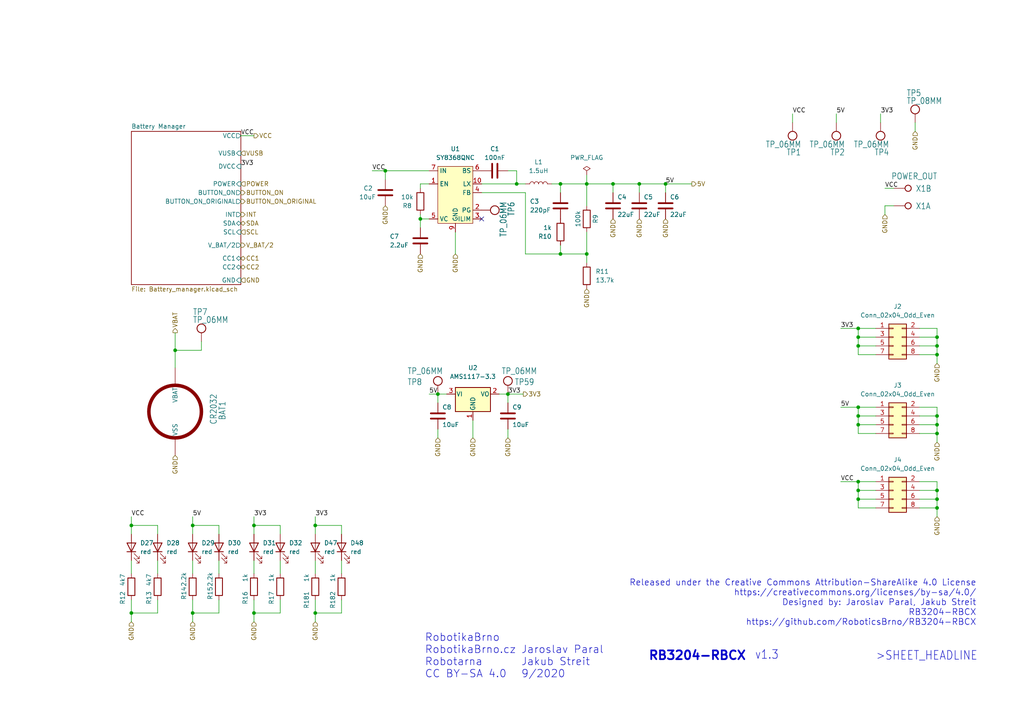
<source format=kicad_sch>
(kicad_sch (version 20211123) (generator eeschema)
  (paper "A4")
  (lib_symbols
    (symbol "Connector_Generic:Conn_02x04_Odd_Even" (pin_names (offset 1.016) hide)
      (property "Reference" "J" (at 1.27 5.08 0))
      (property "Value" "Conn_02x04_Odd_Even" (at 1.27 -7.62 0))
      (symbol "Conn_02x04_Odd_Even_1_1"
        (rectangle (start -1.27 -4.953) (end 0 -5.207) (stroke (width 0.1524)))
        (rectangle (start -1.27 -2.413) (end 0 -2.667) (stroke (width 0.1524)))
        (rectangle (start -1.27 0.127) (end 0 -0.127) (stroke (width 0.1524)))
        (rectangle (start -1.27 2.667) (end 0 2.413) (stroke (width 0.1524)))
        (rectangle (start -1.27 3.81) (end 3.81 -6.35) (stroke (width 0.254)) (fill (type background)))
        (rectangle (start 3.81 -4.953) (end 2.54 -5.207) (stroke (width 0.1524)))
        (rectangle (start 3.81 -2.413) (end 2.54 -2.667) (stroke (width 0.1524)))
        (rectangle (start 3.81 0.127) (end 2.54 -0.127) (stroke (width 0.1524)))
        (rectangle (start 3.81 2.667) (end 2.54 2.413) (stroke (width 0.1524)))
        (pin passive line (at -5.08 2.54 0) (length 3.81) (name "Pin_1") (number "1"))
        (pin passive line (at 7.62 2.54 180) (length 3.81) (name "Pin_2") (number "2"))
        (pin passive line (at -5.08 0 0) (length 3.81) (name "Pin_3") (number "3"))
        (pin passive line (at 7.62 0 180) (length 3.81) (name "Pin_4") (number "4"))
        (pin passive line (at -5.08 -2.54 0) (length 3.81) (name "Pin_5") (number "5"))
        (pin passive line (at 7.62 -2.54 180) (length 3.81) (name "Pin_6") (number "6"))
        (pin passive line (at -5.08 -5.08 0) (length 3.81) (name "Pin_7") (number "7"))
        (pin passive line (at 7.62 -5.08 180) (length 3.81) (name "Pin_8") (number "8"))
      )
    )
    (symbol "Device:C" (pin_numbers hide) (pin_names (offset 0.254))
      (property "Reference" "C" (at 0.635 2.54 0))
      (property "Value" "C" (at 0.635 -2.54 0))
      (symbol "C_0_1"
        (polyline (pts (xy -2.032 -0.762) (xy 2.032 -0.762)) (stroke (width 0.508)))
        (polyline (pts (xy -2.032 0.762) (xy 2.032 0.762)) (stroke (width 0.508)))
      )
      (symbol "C_1_1"
        (pin passive line (at 0 3.81 270) (length 2.794) (name "~") (number "1"))
        (pin passive line (at 0 -3.81 90) (length 2.794) (name "~") (number "2"))
      )
    )
    (symbol "Device:L" (pin_numbers hide) (pin_names (offset 1.016) hide)
      (property "Reference" "L" (at -1.27 0 90))
      (property "Value" "L" (at 1.905 0 90))
      (symbol "L_0_1"
        (arc (start 0 -2.54) (mid 0.635 -1.905) (end 0 -1.27))
        (arc (start 0 -1.27) (mid 0.635 -0.635) (end 0 0))
        (arc (start 0 0) (mid 0.635 0.635) (end 0 1.27))
        (arc (start 0 1.27) (mid 0.635 1.905) (end 0 2.54))
      )
      (symbol "L_1_1"
        (pin passive line (at 0 3.81 270) (length 1.27) (name "1") (number "1"))
        (pin passive line (at 0 -3.81 90) (length 1.27) (name "2") (number "2"))
      )
    )
    (symbol "Device:LED" (pin_numbers hide) (pin_names (offset 1.016) hide)
      (property "Reference" "D" (at 0 2.54 0))
      (property "Value" "LED" (at 0 -2.54 0))
      (symbol "LED_0_1"
        (polyline (pts (xy -1.27 -1.27) (xy -1.27 1.27)) (stroke (width 0.254)))
        (polyline (pts (xy -1.27 0) (xy 1.27 0)))
        (polyline (pts (xy 1.27 -1.27) (xy 1.27 1.27) (xy -1.27 0) (xy 1.27 -1.27)) (stroke (width 0.254)))
        (polyline (pts (xy -3.048 -0.762) (xy -4.572 -2.286) (xy -3.81 -2.286) (xy -4.572 -2.286) (xy -4.572 -1.524)))
        (polyline (pts (xy -1.778 -0.762) (xy -3.302 -2.286) (xy -2.54 -2.286) (xy -3.302 -2.286) (xy -3.302 -1.524)))
      )
      (symbol "LED_1_1"
        (pin passive line (at -3.81 0 0) (length 2.54) (name "K") (number "1"))
        (pin passive line (at 3.81 0 180) (length 2.54) (name "A") (number "2"))
      )
    )
    (symbol "Device:R" (pin_numbers hide) (pin_names (offset 0))
      (property "Reference" "R" (at 2.032 0 90))
      (property "Value" "R" (at 0 0 90))
      (symbol "R_0_1"
        (rectangle (start -1.016 -2.54) (end 1.016 2.54) (stroke (width 0.254)))
      )
      (symbol "R_1_1"
        (pin passive line (at 0 3.81 270) (length 1.27) (name "~") (number "1"))
        (pin passive line (at 0 -3.81 90) (length 1.27) (name "~") (number "2"))
      )
    )
    (symbol "RBCX-eagle-import:CR2032CR2032-BS-6-1"
      (property "Reference" "BAT?" (at 2.54 12.7 0))
      (property "Value" "CR2032" (at 3.81 10.16 0))
      (symbol "CR2032CR2032-BS-6-1_1_0"
        (circle (center 0 0) (radius 7.62) (stroke (width 1.016)))
        (pin power_out line (at -12.7 0 0) (length 5.08) (name "VBAT") (number "1"))
        (pin power_out line (at 12.7 0 180) (length 5.08) (name "VSS") (number "2"))
      )
    )
    (symbol "RBCX-eagle-import:TP_06MM"
      (property "Reference" "TP" (at -2.54 7.62 0))
      (property "Value" "TP_06MM" (at -2.54 5.334 0))
      (symbol "TP_06MM_1_0"
        (circle (center 0 3.81) (radius 1.27) (stroke (width 0.254)))
        (pin passive line (at 0 0 90) (length 2.54) (name "TP") (number "P$1"))
      )
    )
    (symbol "RBCX-eagle-import:TP_08MM"
      (property "Reference" "TP" (at -2.54 7.62 0))
      (property "Value" "TP_08MM" (at -2.54 5.334 0))
      (symbol "TP_08MM_1_0"
        (circle (center 0 3.81) (radius 1.27) (stroke (width 0.254)))
        (pin passive line (at 0 0 90) (length 2.54) (name "TP") (number "P$1"))
      )
    )
    (symbol "RBCX-eagle-import:W237-02P"
      (property "Reference" "X" (at -1.27 0.889 0))
      (property "Value" "W237-02P" (at 0 2.54 0))
      (symbol "W237-02P_1_0"
        (polyline (pts (xy 1.778 0) (xy 2.54 0)) (stroke (width 0.1524)))
        (circle (center 0.889 0) (radius 0.898) (stroke (width 0.254)))
        (pin passive line (at 5.08 0 180) (length 2.54) (name "KL") (number "1"))
      )
      (symbol "W237-02P_2_0"
        (polyline (pts (xy 1.778 0) (xy 2.54 0)) (stroke (width 0.1524)))
        (circle (center 0.889 0) (radius 0.898) (stroke (width 0.254)))
        (pin passive line (at 5.08 0 180) (length 2.54) (name "KL") (number "2"))
      )
    )
    (symbol "RBCX:SY8368QNC"
      (property "Reference" "U1" (at 0 6.35 0))
      (property "Value" "SY8368QNC" (at 0 3.81 0))
      (symbol "SY8368QNC_0_1"
        (rectangle (start -5.08 1.27) (end 5.08 -15.24) (fill (type background)))
      )
      (symbol "SY8368QNC_1_0"
        (pin input line (at -7.62 -3.81 0) (length 2.54) (name "EN") (number "1"))
        (pin power_out line (at 7.62 -3.81 180) (length 2.54) (name "LX") (number "10"))
        (pin output line (at 7.62 -11.43 180) (length 2.54) (name "PG") (number "2"))
        (pin output line (at 7.62 -13.97 180) (length 2.54) (name "ILIM") (number "3"))
        (pin output line (at -7.62 -13.97 0) (length 2.54) (name "VC") (number "5"))
        (pin passive line (at 7.62 0 180) (length 2.54) (name "BS") (number "6"))
        (pin power_in line (at -7.62 0 0) (length 2.54) (name "IN") (number "7"))
        (pin power_in line (at -7.62 0 0) (length 2.54) hide (name "IN") (number "8"))
        (pin power_in line (at 0 -17.78 90) (length 2.54) (name "GND") (number "9"))
      )
      (symbol "SY8368QNC_1_1"
        (pin input line (at 7.62 -6.35 180) (length 2.54) (name "FB") (number "4"))
      )
    )
    (symbol "Regulator_Linear:AMS1117-3.3" (pin_names (offset 0.254))
      (property "Reference" "U" (at -3.81 3.175 0))
      (property "Value" "AMS1117-3.3" (at 0 3.175 0))
      (symbol "AMS1117-3.3_0_1"
        (rectangle (start -5.08 -5.08) (end 5.08 1.905) (stroke (width 0.254)) (fill (type background)))
      )
      (symbol "AMS1117-3.3_1_1"
        (pin power_in line (at 0 -7.62 90) (length 2.54) (name "GND") (number "1"))
        (pin power_out line (at 7.62 0 180) (length 2.54) (name "VO") (number "2"))
        (pin power_in line (at -7.62 0 0) (length 2.54) (name "VI") (number "3"))
      )
    )
    (symbol "power:PWR_FLAG" (power) (pin_numbers hide) (pin_names (offset 0) hide)
      (property "Value" "PWR_FLAG" (at 0 3.81 0))
      (symbol "PWR_FLAG_0_0"
        (pin power_out line (at 0 0 90) (length 0) (name "pwr") (number "1"))
      )
      (symbol "PWR_FLAG_0_1"
        (polyline (pts (xy 0 0) (xy 0 1.27) (xy -1.016 1.905) (xy 0 2.54) (xy 1.016 1.905) (xy 0 1.27)))
      )
    )
  )
  (junction (at 170.18 53.34))
  (junction (at 271.78 147.32))
  (junction (at 271.78 97.79))
  (junction (at 91.44 177.8))
  (junction (at 177.8 53.34))
  (junction (at 193.04 53.34))
  (junction (at 271.78 142.24))
  (junction (at 73.66 152.4))
  (junction (at 248.92 144.78))
  (junction (at 127 114.3))
  (junction (at 271.78 102.87))
  (junction (at 121.92 63.5))
  (junction (at 248.92 123.19))
  (junction (at 248.92 95.25))
  (junction (at 149.86 53.34))
  (junction (at 73.66 177.8))
  (junction (at 162.56 53.34))
  (junction (at 248.92 97.79))
  (junction (at 248.92 142.24))
  (junction (at 271.78 125.73))
  (junction (at 55.88 177.8))
  (junction (at 55.88 152.4))
  (junction (at 271.78 144.78))
  (junction (at 248.92 120.65))
  (junction (at 91.44 152.4))
  (junction (at 50.8 101.6))
  (junction (at 271.78 120.65))
  (junction (at 248.92 118.11))
  (junction (at 248.92 139.7))
  (junction (at 111.76 49.53))
  (junction (at 271.78 123.19))
  (junction (at 38.1 152.4))
  (junction (at 38.1 177.8))
  (junction (at 185.42 53.34))
  (junction (at 162.56 73.66))
  (junction (at 248.92 100.33))
  (junction (at 271.78 100.33))
  (junction (at 147.32 114.3))
  (junction (at 170.18 73.66))
  (no_connect (at 139.7 63.5))
  (wire (pts (xy 170.18 59.69) (xy 170.18 53.34)))
  (wire (pts (xy 248.92 100.33) (xy 248.92 97.79)))
  (wire (pts (xy 254 123.19) (xy 248.92 123.19)))
  (wire (pts (xy 38.1 180.34) (xy 38.1 177.8)))
  (wire (pts (xy 38.1 152.4) (xy 38.1 149.86)))
  (wire (pts (xy 55.88 180.34) (xy 55.88 177.8)))
  (wire (pts (xy 193.04 53.34) (xy 193.04 55.88)))
  (wire (pts (xy 50.8 101.6) (xy 50.8 96.52)))
  (wire (pts (xy 55.88 154.94) (xy 55.88 152.4)))
  (wire (pts (xy 38.1 162.56) (xy 38.1 166.37)))
  (wire (pts (xy 121.92 63.5) (xy 121.92 66.04)))
  (wire (pts (xy 243.84 95.25) (xy 248.92 95.25)))
  (wire (pts (xy 248.92 120.65) (xy 248.92 118.11)))
  (wire (pts (xy 271.78 144.78) (xy 271.78 147.32)))
  (wire (pts (xy 266.7 120.65) (xy 271.78 120.65)))
  (wire (pts (xy 127 116.84) (xy 127 114.3)))
  (wire (pts (xy 63.5 154.94) (xy 63.5 152.4)))
  (wire (pts (xy 193.04 53.34) (xy 200.66 53.34)))
  (wire (pts (xy 256.667 59.69) (xy 256.667 62.23)))
  (wire (pts (xy 266.7 147.32) (xy 271.78 147.32)))
  (wire (pts (xy 255.397 33.02) (xy 255.397 35.56)))
  (wire (pts (xy 55.88 152.4) (xy 55.88 149.86)))
  (wire (pts (xy 63.5 162.56) (xy 63.5 166.37)))
  (wire (pts (xy 162.56 53.34) (xy 160.02 53.34)))
  (wire (pts (xy 254 97.79) (xy 248.92 97.79)))
  (wire (pts (xy 271.78 123.19) (xy 271.78 125.73)))
  (wire (pts (xy 271.78 95.25) (xy 271.78 97.79)))
  (wire (pts (xy 266.7 123.19) (xy 271.78 123.19)))
  (wire (pts (xy 91.44 154.94) (xy 91.44 152.4)))
  (wire (pts (xy 248.92 97.79) (xy 248.92 95.25)))
  (wire (pts (xy 81.28 177.8) (xy 73.66 177.8)))
  (wire (pts (xy 81.28 154.94) (xy 81.28 152.4)))
  (wire (pts (xy 248.92 139.7) (xy 254 139.7)))
  (wire (pts (xy 170.18 50.8) (xy 170.18 53.34)))
  (wire (pts (xy 124.46 63.5) (xy 121.92 63.5)))
  (wire (pts (xy 266.7 95.25) (xy 271.78 95.25)))
  (wire (pts (xy 63.5 177.8) (xy 55.88 177.8)))
  (wire (pts (xy 58.42 101.6) (xy 50.8 101.6)))
  (wire (pts (xy 254 120.65) (xy 248.92 120.65)))
  (wire (pts (xy 254 147.32) (xy 248.92 147.32)))
  (wire (pts (xy 45.72 173.99) (xy 45.72 177.8)))
  (wire (pts (xy 271.78 97.79) (xy 271.78 100.33)))
  (wire (pts (xy 162.56 53.34) (xy 170.18 53.34)))
  (wire (pts (xy 256.667 54.61) (xy 259.207 54.61)))
  (wire (pts (xy 248.92 147.32) (xy 248.92 144.78)))
  (wire (pts (xy 266.7 102.87) (xy 271.78 102.87)))
  (wire (pts (xy 149.86 49.53) (xy 149.86 53.34)))
  (wire (pts (xy 152.4 55.88) (xy 139.7 55.88)))
  (wire (pts (xy 129.54 114.3) (xy 127 114.3)))
  (wire (pts (xy 121.92 54.61) (xy 121.92 53.34)))
  (wire (pts (xy 38.1 154.94) (xy 38.1 152.4)))
  (wire (pts (xy 254 144.78) (xy 248.92 144.78)))
  (wire (pts (xy 254 102.87) (xy 248.92 102.87)))
  (wire (pts (xy 271.78 100.33) (xy 271.78 102.87)))
  (wire (pts (xy 45.72 162.56) (xy 45.72 166.37)))
  (wire (pts (xy 266.7 144.78) (xy 271.78 144.78)))
  (wire (pts (xy 254 100.33) (xy 248.92 100.33)))
  (wire (pts (xy 63.5 173.99) (xy 63.5 177.8)))
  (wire (pts (xy 91.44 173.99) (xy 91.44 177.8)))
  (wire (pts (xy 81.28 173.99) (xy 81.28 177.8)))
  (wire (pts (xy 248.92 144.78) (xy 248.92 142.24)))
  (wire (pts (xy 55.88 177.8) (xy 55.88 173.99)))
  (wire (pts (xy 185.42 53.34) (xy 185.42 55.88)))
  (wire (pts (xy 177.8 53.34) (xy 185.42 53.34)))
  (wire (pts (xy 271.78 118.11) (xy 271.78 120.65)))
  (wire (pts (xy 147.32 124.46) (xy 147.32 127)))
  (wire (pts (xy 69.85 39.37) (xy 73.66 39.37)))
  (wire (pts (xy 132.08 67.31) (xy 132.08 73.66)))
  (wire (pts (xy 248.92 102.87) (xy 248.92 100.33)))
  (wire (pts (xy 121.92 62.23) (xy 121.92 63.5)))
  (wire (pts (xy 55.88 162.56) (xy 55.88 166.37)))
  (wire (pts (xy 73.66 154.94) (xy 73.66 152.4)))
  (wire (pts (xy 147.32 114.3) (xy 151.765 114.3)))
  (wire (pts (xy 147.32 116.84) (xy 147.32 114.3)))
  (wire (pts (xy 139.7 53.34) (xy 149.86 53.34)))
  (wire (pts (xy 99.06 154.94) (xy 99.06 152.4)))
  (wire (pts (xy 248.92 95.25) (xy 254 95.25)))
  (wire (pts (xy 162.56 73.66) (xy 152.4 73.66)))
  (wire (pts (xy 248.92 125.73) (xy 248.92 123.19)))
  (wire (pts (xy 170.18 53.34) (xy 177.8 53.34)))
  (wire (pts (xy 124.46 114.3) (xy 127 114.3)))
  (wire (pts (xy 170.18 73.66) (xy 162.56 73.66)))
  (wire (pts (xy 81.28 152.4) (xy 73.66 152.4)))
  (wire (pts (xy 243.84 139.7) (xy 248.92 139.7)))
  (wire (pts (xy 271.78 147.32) (xy 271.78 149.86)))
  (wire (pts (xy 271.78 102.87) (xy 271.78 105.41)))
  (wire (pts (xy 266.7 118.11) (xy 271.78 118.11)))
  (wire (pts (xy 99.06 152.4) (xy 91.44 152.4)))
  (wire (pts (xy 266.7 142.24) (xy 271.78 142.24)))
  (wire (pts (xy 265.43 38.1) (xy 265.43 35.56)))
  (wire (pts (xy 45.72 177.8) (xy 38.1 177.8)))
  (wire (pts (xy 137.16 121.92) (xy 137.16 127)))
  (wire (pts (xy 127 127) (xy 127 124.46)))
  (wire (pts (xy 229.87 33.02) (xy 229.87 35.56)))
  (wire (pts (xy 266.7 139.7) (xy 271.78 139.7)))
  (wire (pts (xy 99.06 173.99) (xy 99.06 177.8)))
  (wire (pts (xy 38.1 177.8) (xy 38.1 173.99)))
  (wire (pts (xy 58.42 99.06) (xy 58.42 101.6)))
  (wire (pts (xy 147.32 49.53) (xy 149.86 49.53)))
  (wire (pts (xy 152.4 73.66) (xy 152.4 55.88)))
  (wire (pts (xy 170.18 73.66) (xy 170.18 76.2)))
  (wire (pts (xy 266.7 100.33) (xy 271.78 100.33)))
  (wire (pts (xy 149.86 53.34) (xy 152.4 53.34)))
  (wire (pts (xy 177.8 53.34) (xy 177.8 55.88)))
  (wire (pts (xy 243.84 118.11) (xy 248.92 118.11)))
  (wire (pts (xy 45.72 154.94) (xy 45.72 152.4)))
  (wire (pts (xy 63.5 152.4) (xy 55.88 152.4)))
  (wire (pts (xy 170.18 67.31) (xy 170.18 73.66)))
  (wire (pts (xy 254 142.24) (xy 248.92 142.24)))
  (wire (pts (xy 144.78 114.3) (xy 147.32 114.3)))
  (wire (pts (xy 91.44 180.34) (xy 91.44 177.8)))
  (wire (pts (xy 248.92 123.19) (xy 248.92 120.65)))
  (wire (pts (xy 99.06 177.8) (xy 91.44 177.8)))
  (wire (pts (xy 242.57 33.02) (xy 242.57 35.56)))
  (wire (pts (xy 271.78 139.7) (xy 271.78 142.24)))
  (wire (pts (xy 248.92 118.11) (xy 254 118.11)))
  (wire (pts (xy 50.8 106.68) (xy 50.8 101.6)))
  (wire (pts (xy 266.7 125.73) (xy 271.78 125.73)))
  (wire (pts (xy 111.76 49.53) (xy 124.46 49.53)))
  (wire (pts (xy 73.66 162.56) (xy 73.66 166.37)))
  (wire (pts (xy 162.56 53.34) (xy 162.56 55.88)))
  (wire (pts (xy 45.72 152.4) (xy 38.1 152.4)))
  (wire (pts (xy 73.66 152.4) (xy 73.66 149.86)))
  (wire (pts (xy 91.44 152.4) (xy 91.44 149.86)))
  (wire (pts (xy 121.92 53.34) (xy 124.46 53.34)))
  (wire (pts (xy 266.7 97.79) (xy 271.78 97.79)))
  (wire (pts (xy 185.42 53.34) (xy 193.04 53.34)))
  (wire (pts (xy 111.76 49.53) (xy 111.76 52.07)))
  (wire (pts (xy 271.78 125.73) (xy 271.78 128.27)))
  (wire (pts (xy 81.28 162.56) (xy 81.28 166.37)))
  (wire (pts (xy 162.56 71.12) (xy 162.56 73.66)))
  (wire (pts (xy 73.66 173.99) (xy 73.66 177.8)))
  (wire (pts (xy 91.44 162.56) (xy 91.44 166.37)))
  (wire (pts (xy 271.78 142.24) (xy 271.78 144.78)))
  (wire (pts (xy 271.78 120.65) (xy 271.78 123.19)))
  (wire (pts (xy 73.66 180.34) (xy 73.66 177.8)))
  (wire (pts (xy 259.207 59.69) (xy 256.667 59.69)))
  (wire (pts (xy 254 125.73) (xy 248.92 125.73)))
  (wire (pts (xy 248.92 142.24) (xy 248.92 139.7)))
  (wire (pts (xy 111.76 49.53) (xy 107.95 49.53)))
  (wire (pts (xy 99.06 162.56) (xy 99.06 166.37)))
  (text "v1.3\n" (at 218.948 191.516 180) (effects (font (size 2.54 2.159)) (justify left bottom)))
  (text "Jaroslav Paral\nJakub Streit\n9/2020" (at 151.13 196.85 180) (effects (font (size 2.1844 2.1844)) (justify left bottom)))
  (text "Released under the Creative Commons Attribution-ShareAlike 4.0 License\nhttps://creativecommons.org/licenses/by-sa/4.0/\nDesigned by: Jaroslav Paral, Jakub Streit\nRB3204-RBCX\nhttps://github.com/RoboticsBrno/RB3204-RBCX" (at 283.21 181.61 180) (effects (font (size 1.778 1.778)) (justify right bottom)))
  (text ">SHEET_HEADLINE" (at 254 191.77 180) (effects (font (size 2.54 2.159)) (justify left bottom)))
  (text "RobotikaBrno\nRobotikaBrno.cz\nRobotarna\nCC BY-SA 4.0" (at 123.19 196.85 180) (effects (font (size 2.1844 2.1844)) (justify left bottom)))
  (text "RB3204-RBCX" (at 187.96 191.77 180) (effects (font (size 2.54 2.54) (thickness 0.508) bold) (justify left bottom)))
  (label "5V" (at 193.04 53.34 0))
  (label "VCC" (at 107.95 49.53 0))
  (label "3V3" (at 69.85 48.26 0))
  (label "3V3" (at 91.44 149.86 0))
  (label "VCC" (at 38.1 149.86 0))
  (label "3V3" (at 255.397 33.02 0))
  (label "VCC" (at 69.85 39.37 0))
  (label "VCC" (at 243.84 139.7 0))
  (label "5V" (at 243.84 118.11 0))
  (label "5V" (at 242.57 33.02 0))
  (label "3V3" (at 243.84 95.25 0))
  (label "3V3" (at 147.32 114.3 0))
  (label "3V3" (at 73.66 149.86 0))
  (label "VCC" (at 256.667 54.61 0))
  (label "5V" (at 124.46 114.3 0))
  (label "5V" (at 55.88 149.86 0))
  (label "VCC" (at 229.87 33.02 0))
  (hierarchical_label "VBAT" (shape output) (at 50.8 96.52 90))
  (hierarchical_label "GND" (shape input) (at 55.88 180.34 270))
  (hierarchical_label "GND" (shape input) (at 38.1 180.34 270))
  (hierarchical_label "POWER" (shape input) (at 69.85 53.34 0))
  (hierarchical_label "GND" (shape input) (at 69.85 81.28 0))
  (hierarchical_label "GND" (shape input) (at 121.92 73.66 270))
  (hierarchical_label "GND" (shape input) (at 185.42 63.5 270))
  (hierarchical_label "BUTTON_ON" (shape output) (at 69.85 55.88 0))
  (hierarchical_label "3V3" (shape output) (at 151.765 114.3 0))
  (hierarchical_label "GND" (shape input) (at 271.78 105.41 270))
  (hierarchical_label "GND" (shape input) (at 256.667 62.23 270))
  (hierarchical_label "VCC" (shape output) (at 73.66 39.37 0))
  (hierarchical_label "GND" (shape input) (at 271.78 149.86 270))
  (hierarchical_label "SCL" (shape input) (at 69.85 67.31 0))
  (hierarchical_label "GND" (shape input) (at 170.18 83.82 270))
  (hierarchical_label "CC1" (shape bidirectional) (at 69.85 74.93 0))
  (hierarchical_label "SDA" (shape bidirectional) (at 69.85 64.77 0))
  (hierarchical_label "GND" (shape input) (at 91.44 180.34 270))
  (hierarchical_label "CC2" (shape bidirectional) (at 69.85 77.47 0))
  (hierarchical_label "GND" (shape input) (at 271.78 128.27 270))
  (hierarchical_label "GND" (shape input) (at 73.66 180.34 270))
  (hierarchical_label "VUSB" (shape input) (at 69.85 44.45 0))
  (hierarchical_label "V_BAT{slash}2" (shape output) (at 69.85 71.12 0))
  (hierarchical_label "BUTTON_ON_ORIGINAL" (shape output) (at 69.85 58.42 0))
  (hierarchical_label "GND" (shape input) (at 50.8 132.08 270))
  (hierarchical_label "GND" (shape input) (at 177.8 63.5 270))
  (hierarchical_label "GND" (shape input) (at 265.43 38.1 270))
  (hierarchical_label "GND" (shape input) (at 111.76 59.69 270))
  (hierarchical_label "GND" (shape input) (at 137.16 127 270))
  (hierarchical_label "5V" (shape output) (at 200.66 53.34 0))
  (hierarchical_label "GND" (shape input) (at 193.04 63.5 270))
  (hierarchical_label "GND" (shape input) (at 132.08 73.66 270))
  (hierarchical_label "GND" (shape input) (at 127 127 270))
  (hierarchical_label "INT" (shape output) (at 69.85 62.23 0))
  (hierarchical_label "GND" (shape input) (at 147.32 127 270))
  (symbol (lib_id "Device:C") (at 162.56 59.69 0) (unit 1)
    (property "Reference" "C3" (at 153.67 58.42 0) (effects (justify left)))
    (property "Value" "220pF" (at 153.67 60.96 0) (effects (justify left)))
    (property "Footprint" "Capacitor_SMD:C_0402_1005Metric" (effects hide))
    (property "LCSC" "C1530" (effects hide))
    (property "Basic/Extended" "B" (effects hide))
  )
  (symbol (lib_id "Device:R") (at 55.88 170.18 0) (mirror y) (unit 1)
    (property "Reference" "R14" (at 53.34 173.99 90) (effects (justify left)))
    (property "Value" "2.2k" (at 53.34 170.18 90) (effects (justify left)))
    (property "Footprint" "Resistor_SMD:R_0201_0603Metric" (effects hide))
    (property "LCSC" "C142018" (effects hide))
    (property "Basic/Extended" "E" (effects hide))
  )
  (symbol (lib_id "Connector_Generic:Conn_02x04_Odd_Even") (at 259.08 97.79 0) (unit 1)
    (property "Reference" "J2" (at 260.35 88.9 0))
    (property "Value" "Conn_02x04_Odd_Even" (at 260.35 91.44 0))
    (property "Footprint" "RBCX:PinHeader_2x04_P2.54mm_Vertical" (effects hide))
    (property "LCSC" "C225289" (effects hide))
    (property "Basic/Extended" "E" (effects hide))
  )
  (symbol (lib_id "Device:C") (at 177.8 59.69 0) (unit 1)
    (property "Reference" "C4" (at 179.07 57.15 0) (effects (justify left)))
    (property "Value" "22uF" (at 179.07 62.23 0) (effects (justify left)))
    (property "Footprint" "Capacitor_SMD:C_0805_2012Metric" (effects hide))
    (property "LCSC" "C45783" (effects hide))
    (property "Basic/Extended" "B" (effects hide))
  )
  (symbol (lib_id "power:PWR_FLAG") (at 170.18 50.8 0) (unit 1)
    (property "Reference" "#FLG0102" (effects hide))
    (property "Value" "PWR_FLAG" (at 170.18 45.72 0))
  )
  (symbol (lib_id "Device:R") (at 73.66 170.18 180) (unit 1)
    (property "Reference" "R16" (at 71.12 171.45 90) (effects (justify left)))
    (property "Value" "1k" (at 71.12 166.37 90) (effects (justify left)))
    (property "Footprint" "Resistor_SMD:R_0201_0603Metric" (effects hide))
    (property "LCSC" "C138165" (effects hide))
    (property "Basic/Extended" "E" (effects hide))
  )
  (symbol (lib_id "RBCX-eagle-import:TP_06MM") (at 255.397 35.56 180) (unit 1)
    (property "Reference" "TP4" (at 257.937 43.18 0) (effects (font (size 1.778 1.5113)) (justify left bottom)))
    (property "Value" "TP_06MM" (at 257.937 40.894 0) (effects (font (size 1.778 1.5113)) (justify left bottom)))
    (property "Footprint" "RBCX:TP_06MM" (effects hide))
  )
  (symbol (lib_id "Connector_Generic:Conn_02x04_Odd_Even") (at 259.08 142.24 0) (unit 1)
    (property "Reference" "J4" (at 260.35 133.35 0))
    (property "Value" "Conn_02x04_Odd_Even" (at 260.35 135.89 0))
    (property "Footprint" "RBCX:PinHeader_2x04_P2.54mm_Vertical" (effects hide))
    (property "LCSC" "C225289" (effects hide))
    (property "Basic/Extended" "E" (effects hide))
  )
  (symbol (lib_id "Device:LED") (at 45.72 158.75 90) (unit 1)
    (property "Reference" "D28" (at 48.26 157.48 90) (effects (justify right)))
    (property "Value" "red" (at 48.26 160.02 90) (effects (justify right)))
    (property "Footprint" "LED_SMD:LED_0603_1608Metric" (effects hide))
    (property "LCSC" "C2286" (effects hide))
    (property "Basic/Extended" "B" (effects hide))
  )
  (symbol (lib_id "Device:LED") (at 91.44 158.75 90) (unit 1)
    (property "Reference" "D47" (at 93.98 157.48 90) (effects (justify right)))
    (property "Value" "red" (at 93.98 160.02 90) (effects (justify right)))
    (property "Footprint" "LED_SMD:LED_0603_1608Metric" (effects hide))
    (property "LCSC" "C2286" (effects hide))
    (property "Basic/Extended" "B" (effects hide))
  )
  (symbol (lib_id "Connector_Generic:Conn_02x04_Odd_Even") (at 259.08 120.65 0) (unit 1)
    (property "Reference" "J3" (at 260.35 111.76 0))
    (property "Value" "Conn_02x04_Odd_Even" (at 260.35 114.3 0))
    (property "Footprint" "RBCX:PinHeader_2x04_P2.54mm_Vertical" (effects hide))
    (property "LCSC" "C225289" (effects hide))
    (property "Basic/Extended" "E" (effects hide))
  )
  (symbol (lib_id "Device:R") (at 170.18 80.01 0) (unit 1)
    (property "Reference" "R11" (at 172.72 78.7399 0) (effects (justify left)))
    (property "Value" "13.7k" (at 172.72 81.2799 0) (effects (justify left)))
    (property "Footprint" "Capacitor_SMD:C_0603_1608Metric" (effects hide))
    (property "LCSC" "C22818" (effects hide))
    (property "Basic/Extended" "B" (effects hide))
  )
  (symbol (lib_id "Device:C") (at 111.76 55.88 0) (unit 1)
    (property "Reference" "C2" (at 105.41 54.61 0) (effects (justify left)))
    (property "Value" "10uF" (at 104.14 57.15 0) (effects (justify left)))
    (property "Footprint" "Capacitor_SMD:C_0603_1608Metric" (effects hide))
    (property "LCSC" "C96446" (effects hide))
    (property "Basic/Extended" "B" (effects hide))
  )
  (symbol (lib_id "Regulator_Linear:AMS1117-3.3") (at 137.16 114.3 0) (unit 1)
    (property "Reference" "U2" (at 137.16 106.68 0))
    (property "Value" "AMS1117-3.3" (at 137.16 109.22 0))
    (property "Footprint" "Package_TO_SOT_SMD:SOT-223-3_TabPin2" (effects hide))
    (property "Datasheet" "http://www.advanced-monolithic.com/pdf/ds1117.pdf" (effects hide))
    (property "LCSC" "C5120765" (effects hide))
    (property "Basic/Extended" "E" (effects hide))
  )
  (symbol (lib_id "RBCX-eagle-import:CR2032CR2032-BS-6-1") (at 50.8 119.38 270) (unit 1)
    (property "Reference" "BAT1" (at 63.5 121.92 0) (effects (font (size 1.7792 1.5123)) (justify right bottom)))
    (property "Value" "CR2032" (at 60.96 123.19 0) (effects (font (size 1.7796 1.5126)) (justify right bottom)))
    (property "Footprint" "RBCX:CR2032" (effects hide))
    (property "LCSC" "C70377" (effects hide))
    (property "Basic/Extended" "E" (effects hide))
  )
  (symbol (lib_id "Device:C") (at 193.04 59.69 0) (unit 1)
    (property "Reference" "C6" (at 194.31 57.15 0) (effects (justify left)))
    (property "Value" "22uF" (at 194.31 62.23 0) (effects (justify left)))
    (property "Footprint" "Capacitor_SMD:C_0805_2012Metric" (effects hide))
    (property "LCSC" "C45783" (effects hide))
    (property "Basic/Extended" "B" (effects hide))
  )
  (symbol (lib_id "Device:R") (at 162.56 67.31 180) (unit 1)
    (property "Reference" "R10" (at 160.02 68.58 0) (effects (justify left)))
    (property "Value" "1k" (at 160.02 66.04 0) (effects (justify left)))
    (property "Footprint" "Resistor_SMD:R_0201_0603Metric" (effects hide))
    (property "LCSC" "C138165" (effects hide))
    (property "Basic/Extended" "E" (effects hide))
  )
  (symbol (lib_id "Device:R") (at 170.18 63.5 180) (unit 1)
    (property "Reference" "R9" (at 172.72 63.5 90))
    (property "Value" "100k" (at 167.64 63.5 90))
    (property "Footprint" "Capacitor_SMD:C_0201_0603Metric" (effects hide))
    (property "LCSC" "C270364" (effects hide))
    (property "Basic/Extended" "E" (effects hide))
  )
  (symbol (lib_id "Device:LED") (at 81.28 158.75 90) (unit 1)
    (property "Reference" "D32" (at 83.82 157.48 90) (effects (justify right)))
    (property "Value" "red" (at 83.82 160.02 90) (effects (justify right)))
    (property "Footprint" "LED_SMD:LED_0603_1608Metric" (effects hide))
    (property "LCSC" "C2286" (effects hide))
    (property "Basic/Extended" "B" (effects hide))
  )
  (symbol (lib_id "Device:R") (at 121.92 58.42 180) (unit 1)
    (property "Reference" "R8" (at 118.11 59.69 0))
    (property "Value" "10k" (at 118.11 57.15 0))
    (property "Footprint" "Capacitor_SMD:C_0201_0603Metric" (effects hide))
    (property "LCSC" "C106225" (effects hide))
    (property "Basic/Extended" "E" (effects hide))
  )
  (symbol (lib_id "Device:C") (at 127 120.65 0) (unit 1)
    (property "Reference" "C8" (at 128.27 118.11 0) (effects (justify left)))
    (property "Value" "10uF" (at 128.27 123.19 0) (effects (justify left)))
    (property "Footprint" "Capacitor_SMD:C_0603_1608Metric" (effects hide))
    (property "LCSC" "C96446" (effects hide))
    (property "Basic/Extended" "B" (effects hide))
  )
  (symbol (lib_id "RBCX-eagle-import:TP_06MM") (at 147.32 114.3 0) (unit 1)
    (property "Reference" "TP59" (at 149.225 111.76 0) (effects (font (size 1.778 1.5113)) (justify left bottom)))
    (property "Value" "TP_06MM" (at 145.415 108.585 0) (effects (font (size 1.778 1.5113)) (justify left bottom)))
    (property "Footprint" "RBCX:TP_06MM" (effects hide))
  )
  (symbol (lib_id "RBCX-eagle-import:TP_08MM") (at 265.43 35.56 0) (unit 1)
    (property "Reference" "TP5" (at 262.89 27.94 0) (effects (font (size 1.778 1.5113)) (justify left bottom)))
    (property "Value" "TP_08MM" (at 262.89 30.226 0) (effects (font (size 1.778 1.5113)) (justify left bottom)))
    (property "Footprint" "RBCX:TP_08MM" (effects hide))
  )
  (symbol (lib_id "RBCX-eagle-import:TP_06MM") (at 127 114.3 0) (unit 1)
    (property "Reference" "TP8" (at 118.11 111.76 0) (effects (font (size 1.778 1.5113)) (justify left bottom)))
    (property "Value" "TP_06MM" (at 118.11 108.585 0) (effects (font (size 1.778 1.5113)) (justify left bottom)))
    (property "Footprint" "RBCX:TP_06MM" (effects hide))
  )
  (symbol (lib_id "Device:C") (at 147.32 120.65 0) (unit 1)
    (property "Reference" "C9" (at 148.59 118.11 0) (effects (justify left)))
    (property "Value" "10uF" (at 148.59 123.19 0) (effects (justify left)))
    (property "Footprint" "Capacitor_SMD:C_0603_1608Metric" (effects hide))
    (property "LCSC" "C96446" (effects hide))
    (property "Basic/Extended" "B" (effects hide))
  )
  (symbol (lib_id "RBCX-eagle-import:W237-02P") (at 264.287 59.69 0) (mirror y) (unit 1)
    (property "Reference" "X1" (at 265.557 58.801 0) (effects (font (size 1.778 1.5113)) (justify right top)))
    (property "Value" "POWER_OUT" (effects hide))
    (property "Footprint" "RBCX:W237-132" (effects hide))
  )
  (symbol (lib_id "RBCX-eagle-import:TP_06MM") (at 242.57 35.56 180) (unit 1)
    (property "Reference" "TP2" (at 245.11 43.18 0) (effects (font (size 1.778 1.5113)) (justify left bottom)))
    (property "Value" "TP_06MM" (at 245.11 40.894 0) (effects (font (size 1.778 1.5113)) (justify left bottom)))
    (property "Footprint" "RBCX:TP_06MM" (effects hide))
  )
  (symbol (lib_id "Device:LED") (at 63.5 158.75 90) (unit 1)
    (property "Reference" "D30" (at 66.04 157.48 90) (effects (justify right)))
    (property "Value" "red" (at 66.04 160.02 90) (effects (justify right)))
    (property "Footprint" "LED_SMD:LED_0603_1608Metric" (effects hide))
    (property "LCSC" "C2286" (effects hide))
    (property "Basic/Extended" "B" (effects hide))
  )
  (symbol (lib_id "Device:R") (at 63.5 170.18 0) (mirror y) (unit 1)
    (property "Reference" "R15" (at 60.96 173.99 90) (effects (justify left)))
    (property "Value" "2.2k" (at 60.96 170.18 90) (effects (justify left)))
    (property "Footprint" "Resistor_SMD:R_0201_0603Metric" (effects hide))
    (property "LCSC" "C142018" (effects hide))
    (property "Basic/Extended" "E" (effects hide))
  )
  (symbol (lib_id "RBCX-eagle-import:TP_06MM") (at 139.7 60.96 270) (unit 1)
    (property "Reference" "TP6" (at 147.32 58.42 0) (effects (font (size 1.778 1.5113)) (justify left bottom)))
    (property "Value" "TP_06MM" (at 145.034 58.42 0) (effects (font (size 1.778 1.5113)) (justify left bottom)))
    (property "Footprint" "RBCX:TP_06MM" (effects hide))
  )
  (symbol (lib_id "RBCX:SY8368QNC") (at 132.08 49.53 0) (unit 1)
    (property "Reference" "U1" (at 132.08 43.18 0))
    (property "Value" "SY8368QNC" (at 132.08 45.72 0))
    (property "Footprint" "RBCX:SY8368QNC" (effects hide))
    (property "Datasheet" "https://datasheet.lcsc.com/lcsc/1808011441_Silergy-Corp-SY8368QNC_C125897.pdf" (effects hide))
    (property "LCSC" "C125897" (effects hide))
    (property "Basic/Extended" "E" (effects hide))
  )
  (symbol (lib_id "Device:R") (at 91.44 170.18 180) (unit 1)
    (property "Reference" "R181" (at 88.9 171.45 90) (effects (justify left)))
    (property "Value" "1k" (at 88.9 166.37 90) (effects (justify left)))
    (property "Footprint" "Resistor_SMD:R_0201_0603Metric" (effects hide))
    (property "LCSC" "C138165" (effects hide))
    (property "Basic/Extended" "E" (effects hide))
  )
  (symbol (lib_id "RBCX-eagle-import:TP_06MM") (at 229.87 35.56 180) (unit 1)
    (property "Reference" "TP1" (at 232.41 43.18 0) (effects (font (size 1.778 1.5113)) (justify left bottom)))
    (property "Value" "TP_06MM" (at 232.41 40.894 0) (effects (font (size 1.778 1.5113)) (justify left bottom)))
    (property "Footprint" "RBCX:TP_06MM" (effects hide))
  )
  (symbol (lib_id "RBCX-eagle-import:W237-02P") (at 264.287 54.61 0) (mirror y) (unit 2)
    (property "Reference" "X1" (at 265.557 53.721 0) (effects (font (size 1.778 1.5113)) (justify right top)))
    (property "Value" "POWER_OUT" (at 271.907 52.07 0) (effects (font (size 1.778 1.5113)) (justify left bottom)))
    (property "Footprint" "RBCX:W237-132" (effects hide))
  )
  (symbol (lib_id "Device:LED") (at 73.66 158.75 90) (unit 1)
    (property "Reference" "D31" (at 76.2 157.48 90) (effects (justify right)))
    (property "Value" "red" (at 76.2 160.02 90) (effects (justify right)))
    (property "Footprint" "LED_SMD:LED_0603_1608Metric" (effects hide))
    (property "LCSC" "C2286" (effects hide))
    (property "Basic/Extended" "B" (effects hide))
  )
  (symbol (lib_id "RBCX-eagle-import:TP_06MM") (at 58.42 99.06 0) (unit 1)
    (property "Reference" "TP7" (at 55.88 91.44 0) (effects (font (size 1.778 1.5113)) (justify left bottom)))
    (property "Value" "TP_06MM" (at 55.88 93.726 0) (effects (font (size 1.778 1.5113)) (justify left bottom)))
    (property "Footprint" "RBCX:TP_06MM" (effects hide))
  )
  (symbol (lib_id "Device:LED") (at 99.06 158.75 90) (unit 1)
    (property "Reference" "D48" (at 101.6 157.48 90) (effects (justify right)))
    (property "Value" "red" (at 101.6 160.02 90) (effects (justify right)))
    (property "Footprint" "LED_SMD:LED_0603_1608Metric" (effects hide))
    (property "LCSC" "C2286" (effects hide))
    (property "Basic/Extended" "B" (effects hide))
  )
  (symbol (lib_id "Device:C") (at 121.92 69.85 0) (unit 1)
    (property "Reference" "C7" (at 113.03 68.58 0) (effects (justify left)))
    (property "Value" "2.2uF" (at 113.03 71.12 0) (effects (justify left)))
    (property "Footprint" "Capacitor_SMD:C_0402_1005Metric" (effects hide))
    (property "LCSC" "C12530" (effects hide))
    (property "Basic/Extended" "B" (effects hide))
  )
  (symbol (lib_id "Device:LED") (at 38.1 158.75 90) (unit 1)
    (property "Reference" "D27" (at 40.64 157.48 90) (effects (justify right)))
    (property "Value" "red" (at 40.64 160.02 90) (effects (justify right)))
    (property "Footprint" "LED_SMD:LED_0603_1608Metric" (effects hide))
    (property "LCSC" "C2286" (effects hide))
    (property "Basic/Extended" "B" (effects hide))
  )
  (symbol (lib_id "Device:R") (at 38.1 170.18 180) (unit 1)
    (property "Reference" "R12" (at 35.56 171.45 90) (effects (justify left)))
    (property "Value" "4k7" (at 35.56 166.37 90) (effects (justify left)))
    (property "Footprint" "Resistor_SMD:R_0201_0603Metric" (effects hide))
    (property "LCSC" "C270346" (effects hide))
    (property "Basic/Extended" "E" (effects hide))
  )
  (symbol (lib_id "Device:R") (at 99.06 170.18 180) (unit 1)
    (property "Reference" "R182" (at 96.52 171.45 90) (effects (justify left)))
    (property "Value" "1k" (at 96.52 166.37 90) (effects (justify left)))
    (property "Footprint" "Resistor_SMD:R_0201_0603Metric" (effects hide))
    (property "LCSC" "C138165" (effects hide))
    (property "Basic/Extended" "E" (effects hide))
  )
  (symbol (lib_id "Device:C") (at 185.42 59.69 0) (unit 1)
    (property "Reference" "C5" (at 186.69 57.15 0) (effects (justify left)))
    (property "Value" "22uF" (at 186.69 62.23 0) (effects (justify left)))
    (property "Footprint" "Capacitor_SMD:C_0805_2012Metric" (effects hide))
    (property "LCSC" "C45783" (effects hide))
    (property "Basic/Extended" "B" (effects hide))
  )
  (symbol (lib_id "Device:R") (at 45.72 170.18 180) (unit 1)
    (property "Reference" "R13" (at 43.18 171.45 90) (effects (justify left)))
    (property "Value" "4k7" (at 43.18 166.37 90) (effects (justify left)))
    (property "Footprint" "Resistor_SMD:R_0201_0603Metric" (effects hide))
    (property "LCSC" "C270346" (effects hide))
    (property "Basic/Extended" "E" (effects hide))
  )
  (symbol (lib_id "Device:LED") (at 55.88 158.75 90) (unit 1)
    (property "Reference" "D29" (at 58.42 157.48 90) (effects (justify right)))
    (property "Value" "red" (at 58.42 160.02 90) (effects (justify right)))
    (property "Footprint" "LED_SMD:LED_0603_1608Metric" (effects hide))
    (property "LCSC" "C2286" (effects hide))
    (property "Basic/Extended" "B" (effects hide))
  )
  (symbol (lib_id "Device:L") (at 156.21 53.34 90) (unit 1)
    (property "Reference" "L1" (at 156.21 46.99 90))
    (property "Value" "1.5uH" (at 156.21 49.53 90))
    (property "Footprint" "RBCX:FXL0630" (effects hide))
    (property "LCSC" "C167217" (effects hide))
    (property "Basic/Extended" "E" (effects hide))
  )
  (symbol (lib_id "Device:R") (at 81.28 170.18 180) (unit 1)
    (property "Reference" "R17" (at 78.74 171.45 90) (effects (justify left)))
    (property "Value" "1k" (at 78.74 166.37 90) (effects (justify left)))
    (property "Footprint" "Resistor_SMD:R_0201_0603Metric" (effects hide))
    (property "LCSC" "C138165" (effects hide))
    (property "Basic/Extended" "E" (effects hide))
  )
  (symbol (lib_id "Device:C") (at 143.51 49.53 90) (unit 1)
    (property "Reference" "C1" (at 143.51 43.18 90))
    (property "Value" "100nF" (at 143.51 45.72 90))
    (property "Footprint" "Capacitor_SMD:C_0402_1005Metric" (effects hide))
    (property "LCSC" "C131394" (effects hide))
    (property "Basic/Extended" "E" (effects hide))
  )
  (sheet (at 38.1 38.1) (size 31.75 44.45) (stroke (width 0.1524))
    (property "Sheet name" "Battery Manager" (at 38.1 37.3884 0) (effects (justify left bottom)))
    (property "Sheet file" "Battery_manager.kicad_sch" (at 38.1 83.1346 0) (effects (justify left top)))
    (pin "GND" input (at 69.85 81.28 0))
    (pin "SDA" bidirectional (at 69.85 64.77 0))
    (pin "SCL" input (at 69.85 67.31 0))
    (pin "INT" output (at 69.85 62.23 0))
    (pin "VUSB" input (at 69.85 44.45 0))
    (pin "DVCC" input (at 69.85 48.26 0))
    (pin "BUTTON_ON" output (at 69.85 55.88 0))
    (pin "POWER" input (at 69.85 53.34 0))
    (pin "VCC" output (at 69.85 39.37 0))
    (pin "V_BAT{slash}2" output (at 69.85 71.12 0))
    (pin "BUTTON_ON_ORIGINAL" output (at 69.85 58.42 0))
    (pin "CC1" bidirectional (at 69.85 74.93 0))
    (pin "CC2" bidirectional (at 69.85 77.47 0))
  )
)
</source>
